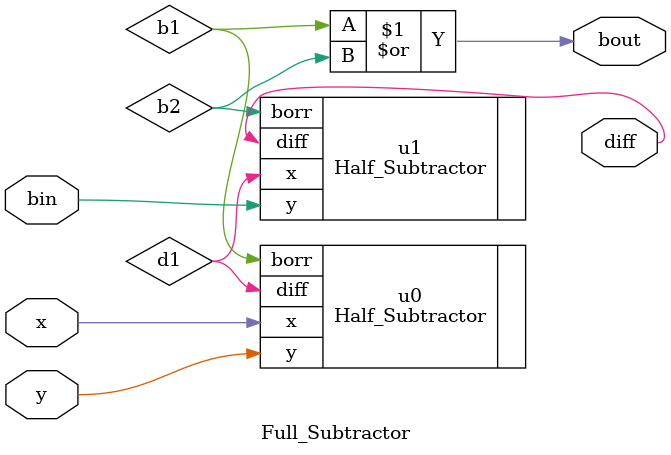
<source format=v>
`timescale 1ns / 1ps
module Full_Subtractor(
    input       x,
    input       y,
    input       bin,
    output      diff,
    output      bout
    );

    wire d1, b1, b2;

    Half_Subtractor u0 (.x(x),  .y(y),  .diff(d1),  .borr(b1));
    Half_Subtractor u1 (.x(d1),  .y(bin),  .diff(diff),  .borr(b2));

    assign bout = b1 | b2;
        
endmodule

</source>
